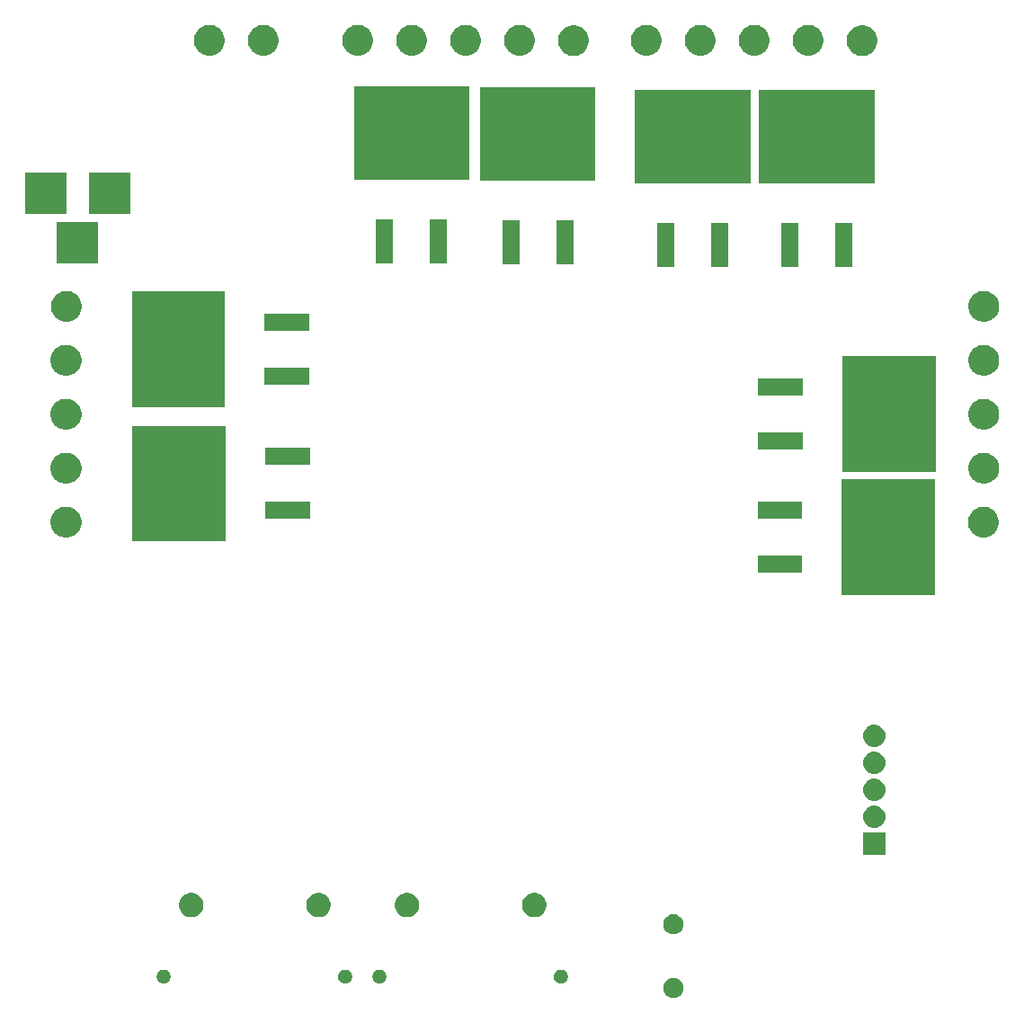
<source format=gbs>
%TF.GenerationSoftware,KiCad,Pcbnew,(5.0.1)-3*%
%TF.CreationDate,2018-12-23T11:37:47+11:00*%
%TF.ProjectId,1Wire-LEDController,31576972652D4C4544436F6E74726F6C,1.2*%
%TF.SameCoordinates,Original*%
%TF.FileFunction,Soldermask,Bot*%
%TF.FilePolarity,Negative*%
%FSLAX46Y46*%
G04 Gerber Fmt 4.6, Leading zero omitted, Abs format (unit mm)*
G04 Created by KiCad (PCBNEW (5.0.1)-3) date 23/12/2018 11:37:47 AM*
%MOMM*%
%LPD*%
G01*
G04 APERTURE LIST*
%ADD10C,0.100000*%
G04 APERTURE END LIST*
D10*
G36*
X193179451Y-157249127D02*
X193317105Y-157276508D01*
X193489994Y-157348121D01*
X193645590Y-157452087D01*
X193777913Y-157584410D01*
X193881879Y-157740006D01*
X193953492Y-157912895D01*
X193990000Y-158096433D01*
X193990000Y-158283567D01*
X193953492Y-158467105D01*
X193881879Y-158639994D01*
X193777913Y-158795590D01*
X193645590Y-158927913D01*
X193489994Y-159031879D01*
X193317105Y-159103492D01*
X193179451Y-159130873D01*
X193133568Y-159140000D01*
X192946432Y-159140000D01*
X192900549Y-159130873D01*
X192762895Y-159103492D01*
X192590006Y-159031879D01*
X192434410Y-158927913D01*
X192302087Y-158795590D01*
X192198121Y-158639994D01*
X192126508Y-158467105D01*
X192090000Y-158283567D01*
X192090000Y-158096433D01*
X192126508Y-157912895D01*
X192198121Y-157740006D01*
X192302087Y-157584410D01*
X192434410Y-157452087D01*
X192590006Y-157348121D01*
X192762895Y-157276508D01*
X192900549Y-157249127D01*
X192946432Y-157240000D01*
X193133568Y-157240000D01*
X193179451Y-157249127D01*
X193179451Y-157249127D01*
G37*
G36*
X182603738Y-156472653D02*
X182645598Y-156480979D01*
X182680245Y-156495330D01*
X182763890Y-156529977D01*
X182870354Y-156601114D01*
X182960886Y-156691646D01*
X183032023Y-156798110D01*
X183081021Y-156916403D01*
X183106000Y-157041979D01*
X183106000Y-157170021D01*
X183081021Y-157295597D01*
X183032023Y-157413890D01*
X182960886Y-157520354D01*
X182870354Y-157610886D01*
X182763890Y-157682023D01*
X182680245Y-157716670D01*
X182645598Y-157731021D01*
X182603738Y-157739347D01*
X182520021Y-157756000D01*
X182391979Y-157756000D01*
X182308262Y-157739347D01*
X182266402Y-157731021D01*
X182231755Y-157716670D01*
X182148110Y-157682023D01*
X182041646Y-157610886D01*
X181951114Y-157520354D01*
X181879977Y-157413890D01*
X181830979Y-157295597D01*
X181806000Y-157170021D01*
X181806000Y-157041979D01*
X181830979Y-156916403D01*
X181879977Y-156798110D01*
X181951114Y-156691646D01*
X182041646Y-156601114D01*
X182148110Y-156529977D01*
X182231755Y-156495330D01*
X182266402Y-156480979D01*
X182308262Y-156472653D01*
X182391979Y-156456000D01*
X182520021Y-156456000D01*
X182603738Y-156472653D01*
X182603738Y-156472653D01*
G37*
G36*
X145183738Y-156472653D02*
X145225598Y-156480979D01*
X145260245Y-156495330D01*
X145343890Y-156529977D01*
X145450354Y-156601114D01*
X145540886Y-156691646D01*
X145612023Y-156798110D01*
X145661021Y-156916403D01*
X145686000Y-157041979D01*
X145686000Y-157170021D01*
X145661021Y-157295597D01*
X145612023Y-157413890D01*
X145540886Y-157520354D01*
X145450354Y-157610886D01*
X145343890Y-157682023D01*
X145260245Y-157716670D01*
X145225598Y-157731021D01*
X145183738Y-157739347D01*
X145100021Y-157756000D01*
X144971979Y-157756000D01*
X144888262Y-157739347D01*
X144846402Y-157731021D01*
X144811755Y-157716670D01*
X144728110Y-157682023D01*
X144621646Y-157610886D01*
X144531114Y-157520354D01*
X144459977Y-157413890D01*
X144410979Y-157295597D01*
X144386000Y-157170021D01*
X144386000Y-157041979D01*
X144410979Y-156916403D01*
X144459977Y-156798110D01*
X144531114Y-156691646D01*
X144621646Y-156601114D01*
X144728110Y-156529977D01*
X144811755Y-156495330D01*
X144846402Y-156480979D01*
X144888262Y-156472653D01*
X144971979Y-156456000D01*
X145100021Y-156456000D01*
X145183738Y-156472653D01*
X145183738Y-156472653D01*
G37*
G36*
X165503738Y-156472653D02*
X165545598Y-156480979D01*
X165580245Y-156495330D01*
X165663890Y-156529977D01*
X165770354Y-156601114D01*
X165860886Y-156691646D01*
X165932023Y-156798110D01*
X165981021Y-156916403D01*
X166006000Y-157041979D01*
X166006000Y-157170021D01*
X165981021Y-157295597D01*
X165932023Y-157413890D01*
X165860886Y-157520354D01*
X165770354Y-157610886D01*
X165663890Y-157682023D01*
X165580245Y-157716670D01*
X165545598Y-157731021D01*
X165503738Y-157739347D01*
X165420021Y-157756000D01*
X165291979Y-157756000D01*
X165208262Y-157739347D01*
X165166402Y-157731021D01*
X165131755Y-157716670D01*
X165048110Y-157682023D01*
X164941646Y-157610886D01*
X164851114Y-157520354D01*
X164779977Y-157413890D01*
X164730979Y-157295597D01*
X164706000Y-157170021D01*
X164706000Y-157041979D01*
X164730979Y-156916403D01*
X164779977Y-156798110D01*
X164851114Y-156691646D01*
X164941646Y-156601114D01*
X165048110Y-156529977D01*
X165131755Y-156495330D01*
X165166402Y-156480979D01*
X165208262Y-156472653D01*
X165291979Y-156456000D01*
X165420021Y-156456000D01*
X165503738Y-156472653D01*
X165503738Y-156472653D01*
G37*
G36*
X162283738Y-156472653D02*
X162325598Y-156480979D01*
X162360245Y-156495330D01*
X162443890Y-156529977D01*
X162550354Y-156601114D01*
X162640886Y-156691646D01*
X162712023Y-156798110D01*
X162761021Y-156916403D01*
X162786000Y-157041979D01*
X162786000Y-157170021D01*
X162761021Y-157295597D01*
X162712023Y-157413890D01*
X162640886Y-157520354D01*
X162550354Y-157610886D01*
X162443890Y-157682023D01*
X162360245Y-157716670D01*
X162325598Y-157731021D01*
X162283738Y-157739347D01*
X162200021Y-157756000D01*
X162071979Y-157756000D01*
X161988262Y-157739347D01*
X161946402Y-157731021D01*
X161911755Y-157716670D01*
X161828110Y-157682023D01*
X161721646Y-157610886D01*
X161631114Y-157520354D01*
X161559977Y-157413890D01*
X161510979Y-157295597D01*
X161486000Y-157170021D01*
X161486000Y-157041979D01*
X161510979Y-156916403D01*
X161559977Y-156798110D01*
X161631114Y-156691646D01*
X161721646Y-156601114D01*
X161828110Y-156529977D01*
X161911755Y-156495330D01*
X161946402Y-156480979D01*
X161988262Y-156472653D01*
X162071979Y-156456000D01*
X162200021Y-156456000D01*
X162283738Y-156472653D01*
X162283738Y-156472653D01*
G37*
G36*
X193179452Y-151249127D02*
X193317105Y-151276508D01*
X193489994Y-151348121D01*
X193645590Y-151452087D01*
X193777913Y-151584410D01*
X193881879Y-151740006D01*
X193953492Y-151912895D01*
X193990000Y-152096433D01*
X193990000Y-152283567D01*
X193953492Y-152467105D01*
X193881879Y-152639994D01*
X193777913Y-152795590D01*
X193645590Y-152927913D01*
X193489994Y-153031879D01*
X193317105Y-153103492D01*
X193179452Y-153130873D01*
X193133568Y-153140000D01*
X192946432Y-153140000D01*
X192900548Y-153130873D01*
X192762895Y-153103492D01*
X192590006Y-153031879D01*
X192434410Y-152927913D01*
X192302087Y-152795590D01*
X192198121Y-152639994D01*
X192126508Y-152467105D01*
X192090000Y-152283567D01*
X192090000Y-152096433D01*
X192126508Y-151912895D01*
X192198121Y-151740006D01*
X192302087Y-151584410D01*
X192434410Y-151452087D01*
X192590006Y-151348121D01*
X192762895Y-151276508D01*
X192900548Y-151249127D01*
X192946432Y-151240000D01*
X193133568Y-151240000D01*
X193179452Y-151249127D01*
X193179452Y-151249127D01*
G37*
G36*
X159961443Y-149260194D02*
X160170728Y-149346883D01*
X160359085Y-149472739D01*
X160519261Y-149632915D01*
X160645117Y-149821272D01*
X160731806Y-150030557D01*
X160776000Y-150252734D01*
X160776000Y-150479266D01*
X160731806Y-150701443D01*
X160645117Y-150910728D01*
X160519261Y-151099085D01*
X160359085Y-151259261D01*
X160170728Y-151385117D01*
X159961443Y-151471806D01*
X159739266Y-151516000D01*
X159512734Y-151516000D01*
X159290557Y-151471806D01*
X159081272Y-151385117D01*
X158892915Y-151259261D01*
X158732739Y-151099085D01*
X158606883Y-150910728D01*
X158520194Y-150701443D01*
X158476000Y-150479266D01*
X158476000Y-150252734D01*
X158520194Y-150030557D01*
X158606883Y-149821272D01*
X158732739Y-149632915D01*
X158892915Y-149472739D01*
X159081272Y-149346883D01*
X159290557Y-149260194D01*
X159512734Y-149216000D01*
X159739266Y-149216000D01*
X159961443Y-149260194D01*
X159961443Y-149260194D01*
G37*
G36*
X147971443Y-149260194D02*
X148180728Y-149346883D01*
X148369085Y-149472739D01*
X148529261Y-149632915D01*
X148655117Y-149821272D01*
X148741806Y-150030557D01*
X148786000Y-150252734D01*
X148786000Y-150479266D01*
X148741806Y-150701443D01*
X148655117Y-150910728D01*
X148529261Y-151099085D01*
X148369085Y-151259261D01*
X148180728Y-151385117D01*
X147971443Y-151471806D01*
X147749266Y-151516000D01*
X147522734Y-151516000D01*
X147300557Y-151471806D01*
X147091272Y-151385117D01*
X146902915Y-151259261D01*
X146742739Y-151099085D01*
X146616883Y-150910728D01*
X146530194Y-150701443D01*
X146486000Y-150479266D01*
X146486000Y-150252734D01*
X146530194Y-150030557D01*
X146616883Y-149821272D01*
X146742739Y-149632915D01*
X146902915Y-149472739D01*
X147091272Y-149346883D01*
X147300557Y-149260194D01*
X147522734Y-149216000D01*
X147749266Y-149216000D01*
X147971443Y-149260194D01*
X147971443Y-149260194D01*
G37*
G36*
X180281443Y-149260194D02*
X180490728Y-149346883D01*
X180679085Y-149472739D01*
X180839261Y-149632915D01*
X180965117Y-149821272D01*
X181051806Y-150030557D01*
X181096000Y-150252734D01*
X181096000Y-150479266D01*
X181051806Y-150701443D01*
X180965117Y-150910728D01*
X180839261Y-151099085D01*
X180679085Y-151259261D01*
X180490728Y-151385117D01*
X180281443Y-151471806D01*
X180059266Y-151516000D01*
X179832734Y-151516000D01*
X179610557Y-151471806D01*
X179401272Y-151385117D01*
X179212915Y-151259261D01*
X179052739Y-151099085D01*
X178926883Y-150910728D01*
X178840194Y-150701443D01*
X178796000Y-150479266D01*
X178796000Y-150252734D01*
X178840194Y-150030557D01*
X178926883Y-149821272D01*
X179052739Y-149632915D01*
X179212915Y-149472739D01*
X179401272Y-149346883D01*
X179610557Y-149260194D01*
X179832734Y-149216000D01*
X180059266Y-149216000D01*
X180281443Y-149260194D01*
X180281443Y-149260194D01*
G37*
G36*
X168291443Y-149260194D02*
X168500728Y-149346883D01*
X168689085Y-149472739D01*
X168849261Y-149632915D01*
X168975117Y-149821272D01*
X169061806Y-150030557D01*
X169106000Y-150252734D01*
X169106000Y-150479266D01*
X169061806Y-150701443D01*
X168975117Y-150910728D01*
X168849261Y-151099085D01*
X168689085Y-151259261D01*
X168500728Y-151385117D01*
X168291443Y-151471806D01*
X168069266Y-151516000D01*
X167842734Y-151516000D01*
X167620557Y-151471806D01*
X167411272Y-151385117D01*
X167222915Y-151259261D01*
X167062739Y-151099085D01*
X166936883Y-150910728D01*
X166850194Y-150701443D01*
X166806000Y-150479266D01*
X166806000Y-150252734D01*
X166850194Y-150030557D01*
X166936883Y-149821272D01*
X167062739Y-149632915D01*
X167222915Y-149472739D01*
X167411272Y-149346883D01*
X167620557Y-149260194D01*
X167842734Y-149216000D01*
X168069266Y-149216000D01*
X168291443Y-149260194D01*
X168291443Y-149260194D01*
G37*
G36*
X213013000Y-145640000D02*
X210913000Y-145640000D01*
X210913000Y-143540000D01*
X213013000Y-143540000D01*
X213013000Y-145640000D01*
X213013000Y-145640000D01*
G37*
G36*
X212091707Y-141007597D02*
X212168836Y-141015193D01*
X212300787Y-141055220D01*
X212366763Y-141075233D01*
X212549172Y-141172733D01*
X212709054Y-141303946D01*
X212840267Y-141463828D01*
X212937767Y-141646237D01*
X212937767Y-141646238D01*
X212997807Y-141844164D01*
X213018080Y-142050000D01*
X212997807Y-142255836D01*
X212957780Y-142387787D01*
X212937767Y-142453763D01*
X212840267Y-142636172D01*
X212709054Y-142796054D01*
X212549172Y-142927267D01*
X212366763Y-143024767D01*
X212300787Y-143044780D01*
X212168836Y-143084807D01*
X212091707Y-143092403D01*
X212014580Y-143100000D01*
X211911420Y-143100000D01*
X211834293Y-143092403D01*
X211757164Y-143084807D01*
X211625213Y-143044780D01*
X211559237Y-143024767D01*
X211376828Y-142927267D01*
X211216946Y-142796054D01*
X211085733Y-142636172D01*
X210988233Y-142453763D01*
X210968220Y-142387787D01*
X210928193Y-142255836D01*
X210907920Y-142050000D01*
X210928193Y-141844164D01*
X210988233Y-141646238D01*
X210988233Y-141646237D01*
X211085733Y-141463828D01*
X211216946Y-141303946D01*
X211376828Y-141172733D01*
X211559237Y-141075233D01*
X211625213Y-141055220D01*
X211757164Y-141015193D01*
X211834293Y-141007597D01*
X211911420Y-141000000D01*
X212014580Y-141000000D01*
X212091707Y-141007597D01*
X212091707Y-141007597D01*
G37*
G36*
X212091707Y-138467597D02*
X212168836Y-138475193D01*
X212300787Y-138515220D01*
X212366763Y-138535233D01*
X212549172Y-138632733D01*
X212709054Y-138763946D01*
X212840267Y-138923828D01*
X212937767Y-139106237D01*
X212937767Y-139106238D01*
X212997807Y-139304164D01*
X213018080Y-139510000D01*
X212997807Y-139715836D01*
X212957780Y-139847787D01*
X212937767Y-139913763D01*
X212840267Y-140096172D01*
X212709054Y-140256054D01*
X212549172Y-140387267D01*
X212366763Y-140484767D01*
X212300787Y-140504780D01*
X212168836Y-140544807D01*
X212091707Y-140552403D01*
X212014580Y-140560000D01*
X211911420Y-140560000D01*
X211834293Y-140552403D01*
X211757164Y-140544807D01*
X211625213Y-140504780D01*
X211559237Y-140484767D01*
X211376828Y-140387267D01*
X211216946Y-140256054D01*
X211085733Y-140096172D01*
X210988233Y-139913763D01*
X210968220Y-139847787D01*
X210928193Y-139715836D01*
X210907920Y-139510000D01*
X210928193Y-139304164D01*
X210988233Y-139106238D01*
X210988233Y-139106237D01*
X211085733Y-138923828D01*
X211216946Y-138763946D01*
X211376828Y-138632733D01*
X211559237Y-138535233D01*
X211625213Y-138515220D01*
X211757164Y-138475193D01*
X211834293Y-138467597D01*
X211911420Y-138460000D01*
X212014580Y-138460000D01*
X212091707Y-138467597D01*
X212091707Y-138467597D01*
G37*
G36*
X212091707Y-135927597D02*
X212168836Y-135935193D01*
X212300787Y-135975220D01*
X212366763Y-135995233D01*
X212549172Y-136092733D01*
X212709054Y-136223946D01*
X212840267Y-136383828D01*
X212937767Y-136566237D01*
X212937767Y-136566238D01*
X212997807Y-136764164D01*
X213018080Y-136970000D01*
X212997807Y-137175836D01*
X212957780Y-137307787D01*
X212937767Y-137373763D01*
X212840267Y-137556172D01*
X212709054Y-137716054D01*
X212549172Y-137847267D01*
X212366763Y-137944767D01*
X212300787Y-137964780D01*
X212168836Y-138004807D01*
X212091707Y-138012403D01*
X212014580Y-138020000D01*
X211911420Y-138020000D01*
X211834293Y-138012403D01*
X211757164Y-138004807D01*
X211625213Y-137964780D01*
X211559237Y-137944767D01*
X211376828Y-137847267D01*
X211216946Y-137716054D01*
X211085733Y-137556172D01*
X210988233Y-137373763D01*
X210968220Y-137307787D01*
X210928193Y-137175836D01*
X210907920Y-136970000D01*
X210928193Y-136764164D01*
X210988233Y-136566238D01*
X210988233Y-136566237D01*
X211085733Y-136383828D01*
X211216946Y-136223946D01*
X211376828Y-136092733D01*
X211559237Y-135995233D01*
X211625213Y-135975220D01*
X211757164Y-135935193D01*
X211834293Y-135927597D01*
X211911420Y-135920000D01*
X212014580Y-135920000D01*
X212091707Y-135927597D01*
X212091707Y-135927597D01*
G37*
G36*
X212091707Y-133387596D02*
X212168836Y-133395193D01*
X212300787Y-133435220D01*
X212366763Y-133455233D01*
X212549172Y-133552733D01*
X212709054Y-133683946D01*
X212840267Y-133843828D01*
X212937767Y-134026237D01*
X212937767Y-134026238D01*
X212997807Y-134224164D01*
X213018080Y-134430000D01*
X212997807Y-134635836D01*
X212957780Y-134767787D01*
X212937767Y-134833763D01*
X212840267Y-135016172D01*
X212709054Y-135176054D01*
X212549172Y-135307267D01*
X212366763Y-135404767D01*
X212300787Y-135424780D01*
X212168836Y-135464807D01*
X212091707Y-135472404D01*
X212014580Y-135480000D01*
X211911420Y-135480000D01*
X211834293Y-135472404D01*
X211757164Y-135464807D01*
X211625213Y-135424780D01*
X211559237Y-135404767D01*
X211376828Y-135307267D01*
X211216946Y-135176054D01*
X211085733Y-135016172D01*
X210988233Y-134833763D01*
X210968220Y-134767787D01*
X210928193Y-134635836D01*
X210907920Y-134430000D01*
X210928193Y-134224164D01*
X210988233Y-134026238D01*
X210988233Y-134026237D01*
X211085733Y-133843828D01*
X211216946Y-133683946D01*
X211376828Y-133552733D01*
X211559237Y-133455233D01*
X211625213Y-133435220D01*
X211757164Y-133395193D01*
X211834293Y-133387596D01*
X211911420Y-133380000D01*
X212014580Y-133380000D01*
X212091707Y-133387596D01*
X212091707Y-133387596D01*
G37*
G36*
X217686000Y-121142000D02*
X208906000Y-121142000D01*
X208906000Y-110252000D01*
X217686000Y-110252000D01*
X217686000Y-121142000D01*
X217686000Y-121142000D01*
G37*
G36*
X205183000Y-119037000D02*
X200983000Y-119037000D01*
X200983000Y-117437000D01*
X205183000Y-117437000D01*
X205183000Y-119037000D01*
X205183000Y-119037000D01*
G37*
G36*
X150884000Y-116125000D02*
X142104000Y-116125000D01*
X142104000Y-105235000D01*
X150884000Y-105235000D01*
X150884000Y-116125000D01*
X150884000Y-116125000D01*
G37*
G36*
X136272947Y-112905722D02*
X136536833Y-113015027D01*
X136774324Y-113173713D01*
X136976287Y-113375676D01*
X137134973Y-113613167D01*
X137244278Y-113877053D01*
X137300000Y-114157186D01*
X137300000Y-114442814D01*
X137244278Y-114722947D01*
X137134973Y-114986833D01*
X136976287Y-115224324D01*
X136774324Y-115426287D01*
X136536833Y-115584973D01*
X136272947Y-115694278D01*
X135992814Y-115750000D01*
X135707186Y-115750000D01*
X135427053Y-115694278D01*
X135163167Y-115584973D01*
X134925676Y-115426287D01*
X134723713Y-115224324D01*
X134565027Y-114986833D01*
X134455722Y-114722947D01*
X134400000Y-114442814D01*
X134400000Y-114157186D01*
X134455722Y-113877053D01*
X134565027Y-113613167D01*
X134723713Y-113375676D01*
X134925676Y-113173713D01*
X135163167Y-113015027D01*
X135427053Y-112905722D01*
X135707186Y-112850000D01*
X135992814Y-112850000D01*
X136272947Y-112905722D01*
X136272947Y-112905722D01*
G37*
G36*
X222672947Y-112905722D02*
X222936833Y-113015027D01*
X223174324Y-113173713D01*
X223376287Y-113375676D01*
X223534973Y-113613167D01*
X223644278Y-113877053D01*
X223700000Y-114157186D01*
X223700000Y-114442814D01*
X223644278Y-114722947D01*
X223534973Y-114986833D01*
X223376287Y-115224324D01*
X223174324Y-115426287D01*
X222936833Y-115584973D01*
X222672947Y-115694278D01*
X222392814Y-115750000D01*
X222107186Y-115750000D01*
X221827053Y-115694278D01*
X221563167Y-115584973D01*
X221325676Y-115426287D01*
X221123713Y-115224324D01*
X220965027Y-114986833D01*
X220855722Y-114722947D01*
X220800000Y-114442814D01*
X220800000Y-114157186D01*
X220855722Y-113877053D01*
X220965027Y-113613167D01*
X221123713Y-113375676D01*
X221325676Y-113173713D01*
X221563167Y-113015027D01*
X221827053Y-112905722D01*
X222107186Y-112850000D01*
X222392814Y-112850000D01*
X222672947Y-112905722D01*
X222672947Y-112905722D01*
G37*
G36*
X158807000Y-114020000D02*
X154607000Y-114020000D01*
X154607000Y-112420000D01*
X158807000Y-112420000D01*
X158807000Y-114020000D01*
X158807000Y-114020000D01*
G37*
G36*
X205183000Y-113957000D02*
X200983000Y-113957000D01*
X200983000Y-112357000D01*
X205183000Y-112357000D01*
X205183000Y-113957000D01*
X205183000Y-113957000D01*
G37*
G36*
X222712947Y-107825722D02*
X222976833Y-107935027D01*
X223214324Y-108093713D01*
X223416287Y-108295676D01*
X223574973Y-108533167D01*
X223684278Y-108797053D01*
X223740000Y-109077186D01*
X223740000Y-109362814D01*
X223684278Y-109642947D01*
X223574973Y-109906833D01*
X223416287Y-110144324D01*
X223214324Y-110346287D01*
X222976833Y-110504973D01*
X222712947Y-110614278D01*
X222432814Y-110670000D01*
X222147186Y-110670000D01*
X221867053Y-110614278D01*
X221603167Y-110504973D01*
X221365676Y-110346287D01*
X221163713Y-110144324D01*
X221005027Y-109906833D01*
X220895722Y-109642947D01*
X220840000Y-109362814D01*
X220840000Y-109077186D01*
X220895722Y-108797053D01*
X221005027Y-108533167D01*
X221163713Y-108295676D01*
X221365676Y-108093713D01*
X221603167Y-107935027D01*
X221867053Y-107825722D01*
X222147186Y-107770000D01*
X222432814Y-107770000D01*
X222712947Y-107825722D01*
X222712947Y-107825722D01*
G37*
G36*
X136272947Y-107825722D02*
X136536833Y-107935027D01*
X136774324Y-108093713D01*
X136976287Y-108295676D01*
X137134973Y-108533167D01*
X137244278Y-108797053D01*
X137300000Y-109077186D01*
X137300000Y-109362814D01*
X137244278Y-109642947D01*
X137134973Y-109906833D01*
X136976287Y-110144324D01*
X136774324Y-110346287D01*
X136536833Y-110504973D01*
X136272947Y-110614278D01*
X135992814Y-110670000D01*
X135707186Y-110670000D01*
X135427053Y-110614278D01*
X135163167Y-110504973D01*
X134925676Y-110346287D01*
X134723713Y-110144324D01*
X134565027Y-109906833D01*
X134455722Y-109642947D01*
X134400000Y-109362814D01*
X134400000Y-109077186D01*
X134455722Y-108797053D01*
X134565027Y-108533167D01*
X134723713Y-108295676D01*
X134925676Y-108093713D01*
X135163167Y-107935027D01*
X135427053Y-107825722D01*
X135707186Y-107770000D01*
X135992814Y-107770000D01*
X136272947Y-107825722D01*
X136272947Y-107825722D01*
G37*
G36*
X217750000Y-109585000D02*
X208970000Y-109585000D01*
X208970000Y-98695000D01*
X217750000Y-98695000D01*
X217750000Y-109585000D01*
X217750000Y-109585000D01*
G37*
G36*
X158807000Y-108940000D02*
X154607000Y-108940000D01*
X154607000Y-107340000D01*
X158807000Y-107340000D01*
X158807000Y-108940000D01*
X158807000Y-108940000D01*
G37*
G36*
X205247000Y-107480000D02*
X201047000Y-107480000D01*
X201047000Y-105880000D01*
X205247000Y-105880000D01*
X205247000Y-107480000D01*
X205247000Y-107480000D01*
G37*
G36*
X222712947Y-102745722D02*
X222976833Y-102855027D01*
X223214324Y-103013713D01*
X223416287Y-103215676D01*
X223574973Y-103453167D01*
X223684278Y-103717053D01*
X223740000Y-103997186D01*
X223740000Y-104282814D01*
X223684278Y-104562947D01*
X223574973Y-104826833D01*
X223416287Y-105064324D01*
X223214324Y-105266287D01*
X222976833Y-105424973D01*
X222712947Y-105534278D01*
X222432814Y-105590000D01*
X222147186Y-105590000D01*
X221867053Y-105534278D01*
X221603167Y-105424973D01*
X221365676Y-105266287D01*
X221163713Y-105064324D01*
X221005027Y-104826833D01*
X220895722Y-104562947D01*
X220840000Y-104282814D01*
X220840000Y-103997186D01*
X220895722Y-103717053D01*
X221005027Y-103453167D01*
X221163713Y-103215676D01*
X221365676Y-103013713D01*
X221603167Y-102855027D01*
X221867053Y-102745722D01*
X222147186Y-102690000D01*
X222432814Y-102690000D01*
X222712947Y-102745722D01*
X222712947Y-102745722D01*
G37*
G36*
X136272947Y-102745722D02*
X136536833Y-102855027D01*
X136774324Y-103013713D01*
X136976287Y-103215676D01*
X137134973Y-103453167D01*
X137244278Y-103717053D01*
X137300000Y-103997186D01*
X137300000Y-104282814D01*
X137244278Y-104562947D01*
X137134973Y-104826833D01*
X136976287Y-105064324D01*
X136774324Y-105266287D01*
X136536833Y-105424973D01*
X136272947Y-105534278D01*
X135992814Y-105590000D01*
X135707186Y-105590000D01*
X135427053Y-105534278D01*
X135163167Y-105424973D01*
X134925676Y-105266287D01*
X134723713Y-105064324D01*
X134565027Y-104826833D01*
X134455722Y-104562947D01*
X134400000Y-104282814D01*
X134400000Y-103997186D01*
X134455722Y-103717053D01*
X134565027Y-103453167D01*
X134723713Y-103215676D01*
X134925676Y-103013713D01*
X135163167Y-102855027D01*
X135427053Y-102745722D01*
X135707186Y-102690000D01*
X135992814Y-102690000D01*
X136272947Y-102745722D01*
X136272947Y-102745722D01*
G37*
G36*
X150821000Y-103489000D02*
X142041000Y-103489000D01*
X142041000Y-92599000D01*
X150821000Y-92599000D01*
X150821000Y-103489000D01*
X150821000Y-103489000D01*
G37*
G36*
X205247000Y-102400000D02*
X201047000Y-102400000D01*
X201047000Y-100800000D01*
X205247000Y-100800000D01*
X205247000Y-102400000D01*
X205247000Y-102400000D01*
G37*
G36*
X158744000Y-101384000D02*
X154544000Y-101384000D01*
X154544000Y-99784000D01*
X158744000Y-99784000D01*
X158744000Y-101384000D01*
X158744000Y-101384000D01*
G37*
G36*
X222712947Y-97665722D02*
X222976833Y-97775027D01*
X223214324Y-97933713D01*
X223416287Y-98135676D01*
X223574973Y-98373167D01*
X223684278Y-98637053D01*
X223740000Y-98917186D01*
X223740000Y-99202814D01*
X223684278Y-99482947D01*
X223574973Y-99746833D01*
X223416287Y-99984324D01*
X223214324Y-100186287D01*
X222976833Y-100344973D01*
X222712947Y-100454278D01*
X222432814Y-100510000D01*
X222147186Y-100510000D01*
X221867053Y-100454278D01*
X221603167Y-100344973D01*
X221365676Y-100186287D01*
X221163713Y-99984324D01*
X221005027Y-99746833D01*
X220895722Y-99482947D01*
X220840000Y-99202814D01*
X220840000Y-98917186D01*
X220895722Y-98637053D01*
X221005027Y-98373167D01*
X221163713Y-98135676D01*
X221365676Y-97933713D01*
X221603167Y-97775027D01*
X221867053Y-97665722D01*
X222147186Y-97610000D01*
X222432814Y-97610000D01*
X222712947Y-97665722D01*
X222712947Y-97665722D01*
G37*
G36*
X136272947Y-97665722D02*
X136536833Y-97775027D01*
X136774324Y-97933713D01*
X136976287Y-98135676D01*
X137134973Y-98373167D01*
X137244278Y-98637053D01*
X137300000Y-98917186D01*
X137300000Y-99202814D01*
X137244278Y-99482947D01*
X137134973Y-99746833D01*
X136976287Y-99984324D01*
X136774324Y-100186287D01*
X136536833Y-100344973D01*
X136272947Y-100454278D01*
X135992814Y-100510000D01*
X135707186Y-100510000D01*
X135427053Y-100454278D01*
X135163167Y-100344973D01*
X134925676Y-100186287D01*
X134723713Y-99984324D01*
X134565027Y-99746833D01*
X134455722Y-99482947D01*
X134400000Y-99202814D01*
X134400000Y-98917186D01*
X134455722Y-98637053D01*
X134565027Y-98373167D01*
X134723713Y-98135676D01*
X134925676Y-97933713D01*
X135163167Y-97775027D01*
X135427053Y-97665722D01*
X135707186Y-97610000D01*
X135992814Y-97610000D01*
X136272947Y-97665722D01*
X136272947Y-97665722D01*
G37*
G36*
X158744000Y-96304000D02*
X154544000Y-96304000D01*
X154544000Y-94704000D01*
X158744000Y-94704000D01*
X158744000Y-96304000D01*
X158744000Y-96304000D01*
G37*
G36*
X136312947Y-92585722D02*
X136576833Y-92695027D01*
X136814324Y-92853713D01*
X137016287Y-93055676D01*
X137174973Y-93293167D01*
X137284278Y-93557053D01*
X137340000Y-93837186D01*
X137340000Y-94122814D01*
X137284278Y-94402947D01*
X137174973Y-94666833D01*
X137016287Y-94904324D01*
X136814324Y-95106287D01*
X136576833Y-95264973D01*
X136312947Y-95374278D01*
X136032814Y-95430000D01*
X135747186Y-95430000D01*
X135467053Y-95374278D01*
X135203167Y-95264973D01*
X134965676Y-95106287D01*
X134763713Y-94904324D01*
X134605027Y-94666833D01*
X134495722Y-94402947D01*
X134440000Y-94122814D01*
X134440000Y-93837186D01*
X134495722Y-93557053D01*
X134605027Y-93293167D01*
X134763713Y-93055676D01*
X134965676Y-92853713D01*
X135203167Y-92695027D01*
X135467053Y-92585722D01*
X135747186Y-92530000D01*
X136032814Y-92530000D01*
X136312947Y-92585722D01*
X136312947Y-92585722D01*
G37*
G36*
X222712947Y-92585722D02*
X222976833Y-92695027D01*
X223214324Y-92853713D01*
X223416287Y-93055676D01*
X223574973Y-93293167D01*
X223684278Y-93557053D01*
X223740000Y-93837186D01*
X223740000Y-94122814D01*
X223684278Y-94402947D01*
X223574973Y-94666833D01*
X223416287Y-94904324D01*
X223214324Y-95106287D01*
X222976833Y-95264973D01*
X222712947Y-95374278D01*
X222432814Y-95430000D01*
X222147186Y-95430000D01*
X221867053Y-95374278D01*
X221603167Y-95264973D01*
X221365676Y-95106287D01*
X221163713Y-94904324D01*
X221005027Y-94666833D01*
X220895722Y-94402947D01*
X220840000Y-94122814D01*
X220840000Y-93837186D01*
X220895722Y-93557053D01*
X221005027Y-93293167D01*
X221163713Y-93055676D01*
X221365676Y-92853713D01*
X221603167Y-92695027D01*
X221867053Y-92585722D01*
X222147186Y-92530000D01*
X222432814Y-92530000D01*
X222712947Y-92585722D01*
X222712947Y-92585722D01*
G37*
G36*
X209906000Y-90291000D02*
X208306000Y-90291000D01*
X208306000Y-86091000D01*
X209906000Y-86091000D01*
X209906000Y-90291000D01*
X209906000Y-90291000D01*
G37*
G36*
X204826000Y-90291000D02*
X203226000Y-90291000D01*
X203226000Y-86091000D01*
X204826000Y-86091000D01*
X204826000Y-90291000D01*
X204826000Y-90291000D01*
G37*
G36*
X198222000Y-90291000D02*
X196622000Y-90291000D01*
X196622000Y-86091000D01*
X198222000Y-86091000D01*
X198222000Y-90291000D01*
X198222000Y-90291000D01*
G37*
G36*
X193142000Y-90291000D02*
X191542000Y-90291000D01*
X191542000Y-86091000D01*
X193142000Y-86091000D01*
X193142000Y-90291000D01*
X193142000Y-90291000D01*
G37*
G36*
X183616000Y-90037000D02*
X182016000Y-90037000D01*
X182016000Y-85837000D01*
X183616000Y-85837000D01*
X183616000Y-90037000D01*
X183616000Y-90037000D01*
G37*
G36*
X178536000Y-90037000D02*
X176936000Y-90037000D01*
X176936000Y-85837000D01*
X178536000Y-85837000D01*
X178536000Y-90037000D01*
X178536000Y-90037000D01*
G37*
G36*
X171742000Y-89973500D02*
X170142000Y-89973500D01*
X170142000Y-85773500D01*
X171742000Y-85773500D01*
X171742000Y-89973500D01*
X171742000Y-89973500D01*
G37*
G36*
X166662000Y-89973500D02*
X165062000Y-89973500D01*
X165062000Y-85773500D01*
X166662000Y-85773500D01*
X166662000Y-89973500D01*
X166662000Y-89973500D01*
G37*
G36*
X138881460Y-89961060D02*
X134981340Y-89961060D01*
X134981340Y-86060940D01*
X138881460Y-86060940D01*
X138881460Y-89961060D01*
X138881460Y-89961060D01*
G37*
G36*
X135881720Y-85262060D02*
X131981600Y-85262060D01*
X131981600Y-81361940D01*
X135881720Y-81361940D01*
X135881720Y-85262060D01*
X135881720Y-85262060D01*
G37*
G36*
X141881200Y-85262060D02*
X137981080Y-85262060D01*
X137981080Y-81361940D01*
X141881200Y-81361940D01*
X141881200Y-85262060D01*
X141881200Y-85262060D01*
G37*
G36*
X200327000Y-82368000D02*
X189437000Y-82368000D01*
X189437000Y-73588000D01*
X200327000Y-73588000D01*
X200327000Y-82368000D01*
X200327000Y-82368000D01*
G37*
G36*
X212011000Y-82368000D02*
X201121000Y-82368000D01*
X201121000Y-73588000D01*
X212011000Y-73588000D01*
X212011000Y-82368000D01*
X212011000Y-82368000D01*
G37*
G36*
X185721000Y-82114000D02*
X174831000Y-82114000D01*
X174831000Y-73334000D01*
X185721000Y-73334000D01*
X185721000Y-82114000D01*
X185721000Y-82114000D01*
G37*
G36*
X173847000Y-82050500D02*
X162957000Y-82050500D01*
X162957000Y-73270500D01*
X173847000Y-73270500D01*
X173847000Y-82050500D01*
X173847000Y-82050500D01*
G37*
G36*
X184064947Y-67566722D02*
X184328833Y-67676027D01*
X184566324Y-67834713D01*
X184768287Y-68036676D01*
X184926973Y-68274167D01*
X185036278Y-68538053D01*
X185092000Y-68818186D01*
X185092000Y-69103814D01*
X185036278Y-69383947D01*
X184926973Y-69647833D01*
X184768287Y-69885324D01*
X184566324Y-70087287D01*
X184328833Y-70245973D01*
X184064947Y-70355278D01*
X183784814Y-70411000D01*
X183499186Y-70411000D01*
X183219053Y-70355278D01*
X182955167Y-70245973D01*
X182717676Y-70087287D01*
X182515713Y-69885324D01*
X182357027Y-69647833D01*
X182247722Y-69383947D01*
X182192000Y-69103814D01*
X182192000Y-68818186D01*
X182247722Y-68538053D01*
X182357027Y-68274167D01*
X182515713Y-68036676D01*
X182717676Y-67834713D01*
X182955167Y-67676027D01*
X183219053Y-67566722D01*
X183499186Y-67511000D01*
X183784814Y-67511000D01*
X184064947Y-67566722D01*
X184064947Y-67566722D01*
G37*
G36*
X211242947Y-67566722D02*
X211506833Y-67676027D01*
X211744324Y-67834713D01*
X211946287Y-68036676D01*
X212104973Y-68274167D01*
X212214278Y-68538053D01*
X212270000Y-68818186D01*
X212270000Y-69103814D01*
X212214278Y-69383947D01*
X212104973Y-69647833D01*
X211946287Y-69885324D01*
X211744324Y-70087287D01*
X211506833Y-70245973D01*
X211242947Y-70355278D01*
X210962814Y-70411000D01*
X210677186Y-70411000D01*
X210397053Y-70355278D01*
X210133167Y-70245973D01*
X209895676Y-70087287D01*
X209693713Y-69885324D01*
X209535027Y-69647833D01*
X209425722Y-69383947D01*
X209370000Y-69103814D01*
X209370000Y-68818186D01*
X209425722Y-68538053D01*
X209535027Y-68274167D01*
X209693713Y-68036676D01*
X209895676Y-67834713D01*
X210133167Y-67676027D01*
X210397053Y-67566722D01*
X210677186Y-67511000D01*
X210962814Y-67511000D01*
X211242947Y-67566722D01*
X211242947Y-67566722D01*
G37*
G36*
X149774947Y-67526722D02*
X150038833Y-67636027D01*
X150276324Y-67794713D01*
X150478287Y-67996676D01*
X150636973Y-68234167D01*
X150746278Y-68498053D01*
X150802000Y-68778186D01*
X150802000Y-69063814D01*
X150746278Y-69343947D01*
X150636973Y-69607833D01*
X150478287Y-69845324D01*
X150276324Y-70047287D01*
X150038833Y-70205973D01*
X149774947Y-70315278D01*
X149494814Y-70371000D01*
X149209186Y-70371000D01*
X148929053Y-70315278D01*
X148665167Y-70205973D01*
X148427676Y-70047287D01*
X148225713Y-69845324D01*
X148067027Y-69607833D01*
X147957722Y-69343947D01*
X147902000Y-69063814D01*
X147902000Y-68778186D01*
X147957722Y-68498053D01*
X148067027Y-68234167D01*
X148225713Y-67996676D01*
X148427676Y-67794713D01*
X148665167Y-67636027D01*
X148929053Y-67526722D01*
X149209186Y-67471000D01*
X149494814Y-67471000D01*
X149774947Y-67526722D01*
X149774947Y-67526722D01*
G37*
G36*
X163744947Y-67526722D02*
X164008833Y-67636027D01*
X164246324Y-67794713D01*
X164448287Y-67996676D01*
X164606973Y-68234167D01*
X164716278Y-68498053D01*
X164772000Y-68778186D01*
X164772000Y-69063814D01*
X164716278Y-69343947D01*
X164606973Y-69607833D01*
X164448287Y-69845324D01*
X164246324Y-70047287D01*
X164008833Y-70205973D01*
X163744947Y-70315278D01*
X163464814Y-70371000D01*
X163179186Y-70371000D01*
X162899053Y-70315278D01*
X162635167Y-70205973D01*
X162397676Y-70047287D01*
X162195713Y-69845324D01*
X162037027Y-69607833D01*
X161927722Y-69343947D01*
X161872000Y-69063814D01*
X161872000Y-68778186D01*
X161927722Y-68498053D01*
X162037027Y-68234167D01*
X162195713Y-67996676D01*
X162397676Y-67794713D01*
X162635167Y-67636027D01*
X162899053Y-67526722D01*
X163179186Y-67471000D01*
X163464814Y-67471000D01*
X163744947Y-67526722D01*
X163744947Y-67526722D01*
G37*
G36*
X154854947Y-67526722D02*
X155118833Y-67636027D01*
X155356324Y-67794713D01*
X155558287Y-67996676D01*
X155716973Y-68234167D01*
X155826278Y-68498053D01*
X155882000Y-68778186D01*
X155882000Y-69063814D01*
X155826278Y-69343947D01*
X155716973Y-69607833D01*
X155558287Y-69845324D01*
X155356324Y-70047287D01*
X155118833Y-70205973D01*
X154854947Y-70315278D01*
X154574814Y-70371000D01*
X154289186Y-70371000D01*
X154009053Y-70315278D01*
X153745167Y-70205973D01*
X153507676Y-70047287D01*
X153305713Y-69845324D01*
X153147027Y-69607833D01*
X153037722Y-69343947D01*
X152982000Y-69063814D01*
X152982000Y-68778186D01*
X153037722Y-68498053D01*
X153147027Y-68234167D01*
X153305713Y-67996676D01*
X153507676Y-67794713D01*
X153745167Y-67636027D01*
X154009053Y-67526722D01*
X154289186Y-67471000D01*
X154574814Y-67471000D01*
X154854947Y-67526722D01*
X154854947Y-67526722D01*
G37*
G36*
X173904947Y-67526722D02*
X174168833Y-67636027D01*
X174406324Y-67794713D01*
X174608287Y-67996676D01*
X174766973Y-68234167D01*
X174876278Y-68498053D01*
X174932000Y-68778186D01*
X174932000Y-69063814D01*
X174876278Y-69343947D01*
X174766973Y-69607833D01*
X174608287Y-69845324D01*
X174406324Y-70047287D01*
X174168833Y-70205973D01*
X173904947Y-70315278D01*
X173624814Y-70371000D01*
X173339186Y-70371000D01*
X173059053Y-70315278D01*
X172795167Y-70205973D01*
X172557676Y-70047287D01*
X172355713Y-69845324D01*
X172197027Y-69607833D01*
X172087722Y-69343947D01*
X172032000Y-69063814D01*
X172032000Y-68778186D01*
X172087722Y-68498053D01*
X172197027Y-68234167D01*
X172355713Y-67996676D01*
X172557676Y-67794713D01*
X172795167Y-67636027D01*
X173059053Y-67526722D01*
X173339186Y-67471000D01*
X173624814Y-67471000D01*
X173904947Y-67526722D01*
X173904947Y-67526722D01*
G37*
G36*
X178984947Y-67526722D02*
X179248833Y-67636027D01*
X179486324Y-67794713D01*
X179688287Y-67996676D01*
X179846973Y-68234167D01*
X179956278Y-68498053D01*
X180012000Y-68778186D01*
X180012000Y-69063814D01*
X179956278Y-69343947D01*
X179846973Y-69607833D01*
X179688287Y-69845324D01*
X179486324Y-70047287D01*
X179248833Y-70205973D01*
X178984947Y-70315278D01*
X178704814Y-70371000D01*
X178419186Y-70371000D01*
X178139053Y-70315278D01*
X177875167Y-70205973D01*
X177637676Y-70047287D01*
X177435713Y-69845324D01*
X177277027Y-69607833D01*
X177167722Y-69343947D01*
X177112000Y-69063814D01*
X177112000Y-68778186D01*
X177167722Y-68498053D01*
X177277027Y-68234167D01*
X177435713Y-67996676D01*
X177637676Y-67794713D01*
X177875167Y-67636027D01*
X178139053Y-67526722D01*
X178419186Y-67471000D01*
X178704814Y-67471000D01*
X178984947Y-67526722D01*
X178984947Y-67526722D01*
G37*
G36*
X206162947Y-67526722D02*
X206426833Y-67636027D01*
X206664324Y-67794713D01*
X206866287Y-67996676D01*
X207024973Y-68234167D01*
X207134278Y-68498053D01*
X207190000Y-68778186D01*
X207190000Y-69063814D01*
X207134278Y-69343947D01*
X207024973Y-69607833D01*
X206866287Y-69845324D01*
X206664324Y-70047287D01*
X206426833Y-70205973D01*
X206162947Y-70315278D01*
X205882814Y-70371000D01*
X205597186Y-70371000D01*
X205317053Y-70315278D01*
X205053167Y-70205973D01*
X204815676Y-70047287D01*
X204613713Y-69845324D01*
X204455027Y-69607833D01*
X204345722Y-69343947D01*
X204290000Y-69063814D01*
X204290000Y-68778186D01*
X204345722Y-68498053D01*
X204455027Y-68234167D01*
X204613713Y-67996676D01*
X204815676Y-67794713D01*
X205053167Y-67636027D01*
X205317053Y-67526722D01*
X205597186Y-67471000D01*
X205882814Y-67471000D01*
X206162947Y-67526722D01*
X206162947Y-67526722D01*
G37*
G36*
X196002947Y-67526722D02*
X196266833Y-67636027D01*
X196504324Y-67794713D01*
X196706287Y-67996676D01*
X196864973Y-68234167D01*
X196974278Y-68498053D01*
X197030000Y-68778186D01*
X197030000Y-69063814D01*
X196974278Y-69343947D01*
X196864973Y-69607833D01*
X196706287Y-69845324D01*
X196504324Y-70047287D01*
X196266833Y-70205973D01*
X196002947Y-70315278D01*
X195722814Y-70371000D01*
X195437186Y-70371000D01*
X195157053Y-70315278D01*
X194893167Y-70205973D01*
X194655676Y-70047287D01*
X194453713Y-69845324D01*
X194295027Y-69607833D01*
X194185722Y-69343947D01*
X194130000Y-69063814D01*
X194130000Y-68778186D01*
X194185722Y-68498053D01*
X194295027Y-68234167D01*
X194453713Y-67996676D01*
X194655676Y-67794713D01*
X194893167Y-67636027D01*
X195157053Y-67526722D01*
X195437186Y-67471000D01*
X195722814Y-67471000D01*
X196002947Y-67526722D01*
X196002947Y-67526722D01*
G37*
G36*
X190922947Y-67526722D02*
X191186833Y-67636027D01*
X191424324Y-67794713D01*
X191626287Y-67996676D01*
X191784973Y-68234167D01*
X191894278Y-68498053D01*
X191950000Y-68778186D01*
X191950000Y-69063814D01*
X191894278Y-69343947D01*
X191784973Y-69607833D01*
X191626287Y-69845324D01*
X191424324Y-70047287D01*
X191186833Y-70205973D01*
X190922947Y-70315278D01*
X190642814Y-70371000D01*
X190357186Y-70371000D01*
X190077053Y-70315278D01*
X189813167Y-70205973D01*
X189575676Y-70047287D01*
X189373713Y-69845324D01*
X189215027Y-69607833D01*
X189105722Y-69343947D01*
X189050000Y-69063814D01*
X189050000Y-68778186D01*
X189105722Y-68498053D01*
X189215027Y-68234167D01*
X189373713Y-67996676D01*
X189575676Y-67794713D01*
X189813167Y-67636027D01*
X190077053Y-67526722D01*
X190357186Y-67471000D01*
X190642814Y-67471000D01*
X190922947Y-67526722D01*
X190922947Y-67526722D01*
G37*
G36*
X201082947Y-67526722D02*
X201346833Y-67636027D01*
X201584324Y-67794713D01*
X201786287Y-67996676D01*
X201944973Y-68234167D01*
X202054278Y-68498053D01*
X202110000Y-68778186D01*
X202110000Y-69063814D01*
X202054278Y-69343947D01*
X201944973Y-69607833D01*
X201786287Y-69845324D01*
X201584324Y-70047287D01*
X201346833Y-70205973D01*
X201082947Y-70315278D01*
X200802814Y-70371000D01*
X200517186Y-70371000D01*
X200237053Y-70315278D01*
X199973167Y-70205973D01*
X199735676Y-70047287D01*
X199533713Y-69845324D01*
X199375027Y-69607833D01*
X199265722Y-69343947D01*
X199210000Y-69063814D01*
X199210000Y-68778186D01*
X199265722Y-68498053D01*
X199375027Y-68234167D01*
X199533713Y-67996676D01*
X199735676Y-67794713D01*
X199973167Y-67636027D01*
X200237053Y-67526722D01*
X200517186Y-67471000D01*
X200802814Y-67471000D01*
X201082947Y-67526722D01*
X201082947Y-67526722D01*
G37*
G36*
X168824947Y-67526722D02*
X169088833Y-67636027D01*
X169326324Y-67794713D01*
X169528287Y-67996676D01*
X169686973Y-68234167D01*
X169796278Y-68498053D01*
X169852000Y-68778186D01*
X169852000Y-69063814D01*
X169796278Y-69343947D01*
X169686973Y-69607833D01*
X169528287Y-69845324D01*
X169326324Y-70047287D01*
X169088833Y-70205973D01*
X168824947Y-70315278D01*
X168544814Y-70371000D01*
X168259186Y-70371000D01*
X167979053Y-70315278D01*
X167715167Y-70205973D01*
X167477676Y-70047287D01*
X167275713Y-69845324D01*
X167117027Y-69607833D01*
X167007722Y-69343947D01*
X166952000Y-69063814D01*
X166952000Y-68778186D01*
X167007722Y-68498053D01*
X167117027Y-68234167D01*
X167275713Y-67996676D01*
X167477676Y-67794713D01*
X167715167Y-67636027D01*
X167979053Y-67526722D01*
X168259186Y-67471000D01*
X168544814Y-67471000D01*
X168824947Y-67526722D01*
X168824947Y-67526722D01*
G37*
M02*

</source>
